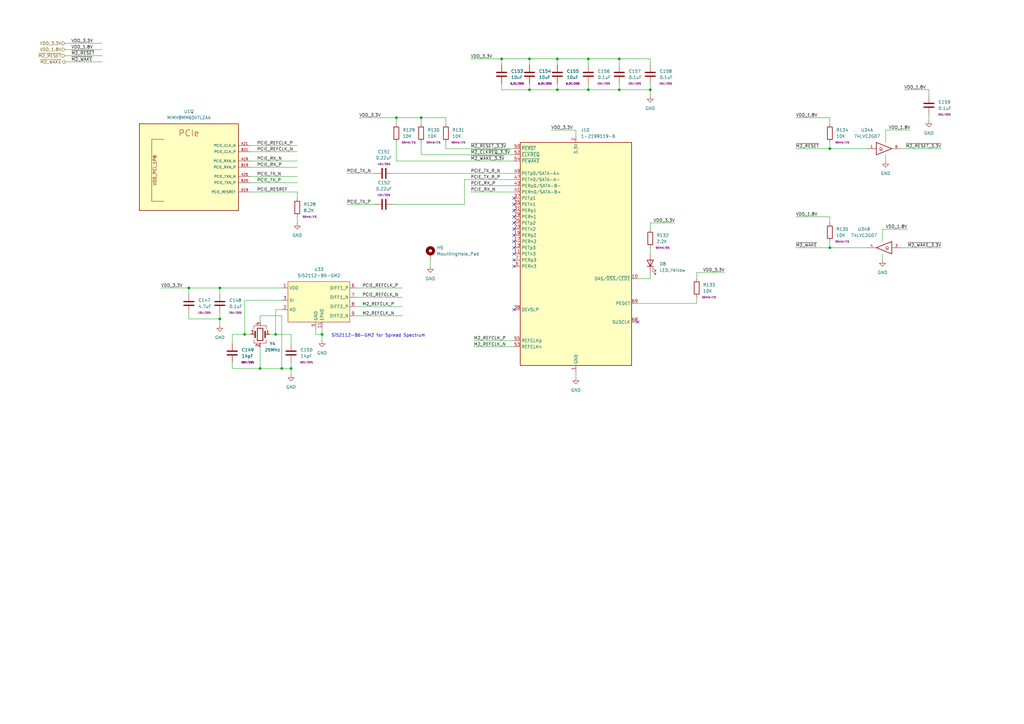
<source format=kicad_sch>
(kicad_sch (version 20211123) (generator eeschema)
  (paper "A3")
  (title_block (title "QSBC") (rev "1") (company "Q-LAB"))
  (junction (at 241.3 36.83))
  (junction (at 77.47 118.11))
  (junction (at 162.56 48.26))
  (junction (at 90.17 118.11))
  (junction (at 205.74 24.13))
  (junction (at 119.38 151.13))
  (junction (at 217.17 24.13))
  (junction (at 266.7 36.83))
  (junction (at 217.17 36.83))
  (junction (at 228.6 24.13))
  (junction (at 115.57 151.13))
  (junction (at 340.36 101.6))
  (junction (at 340.36 60.96))
  (junction (at 254 36.83))
  (junction (at 241.3 24.13))
  (junction (at 228.6 36.83))
  (junction (at 90.17 130.81))
  (junction (at 254 24.13))
  (junction (at 100.33 137.16))
  (junction (at 172.72 48.26))
  (junction (at 113.03 137.16))
  (junction (at 106.68 151.13))
  (junction (at 132.08 137.16))
  (no_connect (at 210.82 109.22))
  (no_connect (at 210.82 104.14))
  (no_connect (at 210.82 106.68))
  (no_connect (at 210.82 86.36))
  (no_connect (at 210.82 88.9))
  (no_connect (at 210.82 83.82))
  (no_connect (at 210.82 81.28))
  (no_connect (at 210.82 99.06))
  (no_connect (at 210.82 93.98))
  (no_connect (at 210.82 91.44))
  (no_connect (at 210.82 101.6))
  (no_connect (at 210.82 96.52))
  (no_connect (at 261.62 132.08))
  (no_connect (at 210.82 127))
  (wire (pts (xy 361.95 99.06) (xy 361.95 93.98)))
  (wire (pts (xy 161.29 83.82) (xy 190.5 83.82)))
  (wire (pts (xy 254 36.83) (xy 254 34.29)))
  (wire (pts (xy 363.22 63.5) (xy 363.22 66.04)))
  (wire (pts (xy 102.87 62.23) (xy 121.92 62.23)))
  (wire (pts (xy 90.17 128.27) (xy 90.17 130.81)))
  (wire (pts (xy 106.68 151.13) (xy 115.57 151.13)))
  (wire (pts (xy 106.68 142.24) (xy 106.68 151.13)))
  (wire (pts (xy 113.03 137.16) (xy 110.49 137.16)))
  (wire (pts (xy 381 46.99) (xy 381 49.53)))
  (wire (pts (xy 266.7 36.83) (xy 266.7 39.37)))
  (wire (pts (xy 363.22 53.34) (xy 373.38 53.34)))
  (wire (pts (xy 115.57 127) (xy 113.03 127)))
  (wire (pts (xy 340.36 101.6) (xy 355.6 101.6)))
  (wire (pts (xy 113.03 137.16) (xy 119.38 137.16)))
  (wire (pts (xy 119.38 137.16) (xy 119.38 140.97)))
  (wire (pts (xy 121.92 78.74) (xy 121.92 81.28)))
  (wire (pts (xy 147.32 48.26) (xy 162.56 48.26)))
  (wire (pts (xy 119.38 148.59) (xy 119.38 151.13)))
  (wire (pts (xy 217.17 24.13) (xy 217.17 26.67)))
  (wire (pts (xy 205.74 26.67) (xy 205.74 24.13)))
  (wire (pts (xy 266.7 114.3) (xy 261.62 114.3)))
  (wire (pts (xy 261.62 124.46) (xy 285.75 124.46)))
  (wire (pts (xy 194.31 139.7) (xy 210.82 139.7)))
  (wire (pts (xy 193.04 76.2) (xy 210.82 76.2)))
  (wire (pts (xy 205.74 24.13) (xy 217.17 24.13)))
  (wire (pts (xy 90.17 130.81) (xy 90.17 133.35)))
  (wire (pts (xy 121.92 88.9) (xy 121.92 91.44)))
  (wire (pts (xy 266.7 91.44) (xy 266.7 93.98)))
  (wire (pts (xy 241.3 24.13) (xy 241.3 26.67)))
  (wire (pts (xy 146.05 125.73) (xy 165.1 125.73)))
  (wire (pts (xy 102.87 59.69) (xy 121.92 59.69)))
  (wire (pts (xy 326.39 60.96) (xy 340.36 60.96)))
  (wire (pts (xy 26.67 25.4) (xy 41.91 25.4)))
  (wire (pts (xy 77.47 118.11) (xy 90.17 118.11)))
  (wire (pts (xy 266.7 24.13) (xy 266.7 26.67)))
  (wire (pts (xy 193.04 24.13) (xy 205.74 24.13)))
  (wire (pts (xy 217.17 36.83) (xy 228.6 36.83)))
  (wire (pts (xy 146.05 118.11) (xy 165.1 118.11)))
  (wire (pts (xy 146.05 129.54) (xy 165.1 129.54)))
  (wire (pts (xy 205.74 34.29) (xy 205.74 36.83)))
  (wire (pts (xy 254 36.83) (xy 266.7 36.83)))
  (wire (pts (xy 217.17 34.29) (xy 217.17 36.83)))
  (wire (pts (xy 106.68 129.54) (xy 106.68 132.08)))
  (wire (pts (xy 266.7 111.76) (xy 266.7 114.3)))
  (wire (pts (xy 363.22 58.42) (xy 363.22 53.34)))
  (wire (pts (xy 113.03 127) (xy 113.03 137.16)))
  (wire (pts (xy 340.36 50.8) (xy 340.36 48.26)))
  (wire (pts (xy 115.57 151.13) (xy 119.38 151.13)))
  (wire (pts (xy 193.04 78.74) (xy 210.82 78.74)))
  (wire (pts (xy 266.7 36.83) (xy 266.7 34.29)))
  (wire (pts (xy 326.39 48.26) (xy 340.36 48.26)))
  (wire (pts (xy 26.67 20.32) (xy 41.91 20.32)))
  (wire (pts (xy 228.6 36.83) (xy 241.3 36.83)))
  (wire (pts (xy 102.87 137.16) (xy 100.33 137.16)))
  (wire (pts (xy 228.6 34.29) (xy 228.6 36.83)))
  (wire (pts (xy 146.05 121.92) (xy 165.1 121.92)))
  (wire (pts (xy 190.5 83.82) (xy 190.5 73.66)))
  (wire (pts (xy 254 24.13) (xy 254 26.67)))
  (wire (pts (xy 172.72 58.42) (xy 172.72 63.5)))
  (wire (pts (xy 142.24 71.12) (xy 153.67 71.12)))
  (wire (pts (xy 102.87 72.39) (xy 121.92 72.39)))
  (wire (pts (xy 340.36 91.44) (xy 340.36 88.9)))
  (wire (pts (xy 182.88 60.96) (xy 210.82 60.96)))
  (wire (pts (xy 100.33 123.19) (xy 115.57 123.19)))
  (wire (pts (xy 241.3 34.29) (xy 241.3 36.83)))
  (wire (pts (xy 340.36 60.96) (xy 355.6 60.96)))
  (wire (pts (xy 228.6 24.13) (xy 228.6 26.67)))
  (wire (pts (xy 132.08 134.62) (xy 132.08 137.16)))
  (wire (pts (xy 217.17 24.13) (xy 228.6 24.13)))
  (wire (pts (xy 162.56 48.26) (xy 172.72 48.26)))
  (wire (pts (xy 162.56 48.26) (xy 162.56 50.8)))
  (wire (pts (xy 77.47 128.27) (xy 77.47 130.81)))
  (wire (pts (xy 182.88 48.26) (xy 182.88 50.8)))
  (wire (pts (xy 26.67 17.78) (xy 41.91 17.78)))
  (wire (pts (xy 285.75 121.92) (xy 285.75 124.46)))
  (wire (pts (xy 129.54 134.62) (xy 129.54 137.16)))
  (wire (pts (xy 326.39 101.6) (xy 340.36 101.6)))
  (wire (pts (xy 100.33 137.16) (xy 100.33 123.19)))
  (wire (pts (xy 119.38 151.13) (xy 119.38 153.67)))
  (wire (pts (xy 95.25 151.13) (xy 106.68 151.13)))
  (wire (pts (xy 172.72 63.5) (xy 210.82 63.5)))
  (wire (pts (xy 190.5 73.66) (xy 210.82 73.66)))
  (wire (pts (xy 205.74 36.83) (xy 217.17 36.83)))
  (wire (pts (xy 276.86 91.44) (xy 266.7 91.44)))
  (wire (pts (xy 194.31 142.24) (xy 210.82 142.24)))
  (wire (pts (xy 102.87 74.93) (xy 121.92 74.93)))
  (wire (pts (xy 172.72 48.26) (xy 172.72 50.8)))
  (wire (pts (xy 90.17 118.11) (xy 90.17 120.65)))
  (wire (pts (xy 369.57 60.96) (xy 386.08 60.96)))
  (wire (pts (xy 361.95 93.98) (xy 372.11 93.98)))
  (wire (pts (xy 162.56 66.04) (xy 210.82 66.04)))
  (wire (pts (xy 26.67 22.86) (xy 41.91 22.86)))
  (wire (pts (xy 236.22 152.4) (xy 236.22 154.94)))
  (wire (pts (xy 266.7 101.6) (xy 266.7 104.14)))
  (wire (pts (xy 95.25 148.59) (xy 95.25 151.13)))
  (wire (pts (xy 77.47 120.65) (xy 77.47 118.11)))
  (wire (pts (xy 340.36 99.06) (xy 340.36 101.6)))
  (wire (pts (xy 176.53 106.68) (xy 176.53 109.22)))
  (wire (pts (xy 285.75 111.76) (xy 285.75 114.3)))
  (wire (pts (xy 361.95 104.14) (xy 361.95 106.68)))
  (wire (pts (xy 95.25 137.16) (xy 100.33 137.16)))
  (wire (pts (xy 115.57 129.54) (xy 115.57 151.13)))
  (wire (pts (xy 236.22 53.34) (xy 236.22 55.88)))
  (wire (pts (xy 172.72 48.26) (xy 182.88 48.26)))
  (wire (pts (xy 102.87 78.74) (xy 121.92 78.74)))
  (wire (pts (xy 102.87 66.04) (xy 121.92 66.04)))
  (wire (pts (xy 228.6 24.13) (xy 241.3 24.13)))
  (wire (pts (xy 90.17 118.11) (xy 115.57 118.11)))
  (wire (pts (xy 161.29 71.12) (xy 210.82 71.12)))
  (wire (pts (xy 326.39 88.9) (xy 340.36 88.9)))
  (wire (pts (xy 66.04 118.11) (xy 77.47 118.11)))
  (wire (pts (xy 340.36 58.42) (xy 340.36 60.96)))
  (wire (pts (xy 370.84 36.83) (xy 381 36.83)))
  (wire (pts (xy 297.18 111.76) (xy 285.75 111.76)))
  (wire (pts (xy 102.87 68.58) (xy 121.92 68.58)))
  (wire (pts (xy 381 36.83) (xy 381 39.37)))
  (wire (pts (xy 369.57 101.6) (xy 386.08 101.6)))
  (wire (pts (xy 77.47 130.81) (xy 90.17 130.81)))
  (wire (pts (xy 106.68 129.54) (xy 115.57 129.54)))
  (wire (pts (xy 182.88 58.42) (xy 182.88 60.96)))
  (wire (pts (xy 132.08 137.16) (xy 132.08 139.7)))
  (wire (pts (xy 95.25 140.97) (xy 95.25 137.16)))
  (wire (pts (xy 241.3 24.13) (xy 254 24.13)))
  (wire (pts (xy 142.24 83.82) (xy 153.67 83.82)))
  (wire (pts (xy 162.56 58.42) (xy 162.56 66.04)))
  (wire (pts (xy 254 24.13) (xy 266.7 24.13)))
  (wire (pts (xy 129.54 137.16) (xy 132.08 137.16)))
  (wire (pts (xy 226.06 53.34) (xy 236.22 53.34)))
  (wire (pts (xy 241.3 36.83) (xy 254 36.83)))
  (text "Si52112-B6-GM2 for Spread Spectrum" (at 135.89 138.43 0) (effects (font (size 1.27 1.27)) (justify left bottom)))
  (label "~{M2_WAKE_3.3V}" (at 193.04 66.04 0))
  (label "~{M2_RESET_3.3V}" (at 193.04 60.96 0))
  (label "PCIE_REFCLK_N" (at 105.41 62.23 0))
  (label "PCIE_TX_R_P" (at 193.04 73.66 0))
  (label "PCIE_RX_N" (at 105.41 66.04 0))
  (label "~{M2_WAKE}" (at 326.39 101.6 0))
  (label "~{M2_RESET}" (at 29.21 22.86 0))
  (label "VDD_1.8V" (at 326.39 88.9 0))
  (label "VDD_3.3V" (at 29.21 17.78 0))
  (label "~{M2_CLKREQ_3.3V}" (at 193.04 63.5 0))
  (label "~{M2_RESET}" (at 326.39 60.96 0))
  (label "VDD_3.3V" (at 147.32 48.26 0))
  (label "PCIE_TX_P" (at 142.24 83.82 0))
  (label "M2_REFCLK_P" (at 194.31 139.7 0))
  (label "~{M2_WAKE}" (at 29.21 25.4 0))
  (label "PCIE_RX_P" (at 193.04 76.2 0))
  (label "VDD_1.8V" (at 29.21 20.32 0))
  (label "PCIE_RX_N" (at 193.04 78.74 0))
  (label "VDD_3.3V" (at 297.18 111.76 180))
  (label "PCIE_RESREF" (at 105.41 78.74 0))
  (label "PCIE_REFCLK_P" (at 148.59 118.11 0))
  (label "PCIE_TX_N" (at 142.24 71.12 0))
  (label "~{M2_WAKE_3.3V}" (at 386.08 101.6 180))
  (label "M2_REFCLK_N" (at 148.59 129.54 0))
  (label "M2_REFCLK_P" (at 148.59 125.73 0))
  (label "VDD_1.8V" (at 373.38 53.34 180))
  (label "PCIE_RX_P" (at 105.41 68.58 0))
  (label "PCIE_TX_N" (at 105.41 72.39 0))
  (label "PCIE_REFCLK_P" (at 105.41 59.69 0))
  (label "PCIE_REFCLK_N" (at 148.59 121.92 0))
  (label "VDD_1.8V" (at 372.11 93.98 180))
  (label "PCIE_TX_R_N" (at 193.04 71.12 0))
  (label "VDD_1.8V" (at 370.84 36.83 0))
  (label "PCIE_TX_P" (at 105.41 74.93 0))
  (label "M2_REFCLK_N" (at 194.31 142.24 0))
  (label "~{M2_RESET_3.3V}" (at 386.08 60.96 180))
  (label "VDD_3.3V" (at 276.86 91.44 180))
  (label "VDD_3.3V" (at 226.06 53.34 0))
  (label "VDD_3.3V" (at 193.04 24.13 0))
  (label "VDD_3.3V" (at 66.04 118.11 0))
  (label "VDD_1.8V" (at 326.39 48.26 0))
  (hierarchical_label "~{M2_RESET}" (shape input) (at 26.67 22.86 180))
  (hierarchical_label "VDD_1.8V" (shape input) (at 26.67 20.32 180))
  (hierarchical_label "VDD_3.3V" (shape input) (at 26.67 17.78 180))
  (hierarchical_label "~{M2_WAKE}" (shape output) (at 26.67 25.4 180))
  (symbol (lib_id "Device:Crystal_GND24") (at 106.68 137.16 180) (unit 1)
    (property "Reference" "Y4" (at 111.76 140.97 0))
    (property "Value" "25MHz" (at 111.76 143.51 0))
    (property "Footprint" "Crystal:Crystal_SMD_3225-4Pin_3.2x2.5mm" (effects hide))
    (property "MPN" "ECS-250-10-33B-CWN-TR" (effects hide))
  )
  (symbol (lib_id "power:GND") (at 236.22 154.94 0) (unit 1)
    (property "Reference" "#PWR0151" (effects hide))
    (property "Value" "GND" (at 236.22 160.02 0))
  )
  (symbol (lib_id "Device:C") (at 381 43.18 0) (unit 1)
    (property "Reference" "C159" (at 384.81 41.9099 0) (effects (justify left)))
    (property "Value" "0.1uF" (at 384.81 44.4499 0) (effects (justify left)))
    (property "Footprint" "qsbc:C_0402_1005Metric" (effects hide))
    (property "Rating" "25V/20%" (at 387.35 46.99 0) (effects (font (size 0.762 0.762))))
    (property "MPN" "CL05A104KA5NNNC" (effects hide))
  )
  (symbol (lib_id "74xGxx:74LVC2G07") (at 363.22 60.96 0) (unit 1)
    (property "Reference" "U34" (at 355.6 53.34 0))
    (property "Value" "74LVC2G07" (at 355.6 55.88 0))
    (property "Footprint" "Package_TO_SOT_SMD:SOT-886" (effects hide))
    (property "Datasheet" "http://www.ti.com/lit/sg/scyt129e/scyt129e.pdf" (effects hide))
    (property "MPN" "74LVC2G07FZ4-7" (effects hide))
  )
  (symbol (lib_id "Device:C") (at 254 30.48 0) (unit 1)
    (property "Reference" "C157" (at 257.81 29.2099 0) (effects (justify left)))
    (property "Value" "0.1uF" (at 257.81 31.7499 0) (effects (justify left)))
    (property "Footprint" "qsbc:C_0402_1005Metric" (effects hide))
    (property "Rating" "25V/20%" (at 260.35 34.29 0) (effects (font (size 0.762 0.762))))
    (property "MPN" "CL05A104KA5NNNC" (effects hide))
  )
  (symbol (lib_id "Device:R") (at 266.7 97.79 0) (unit 1)
    (property "Reference" "R132" (at 269.24 96.5199 0) (effects (justify left)))
    (property "Value" "2.2K" (at 269.24 99.0599 0) (effects (justify left)))
    (property "Footprint" "qsbc:R_0402_1005Metric" (effects hide))
    (property "Rating" "50mW/5%" (at 271.78 101.6 0) (effects (font (size 0.762 0.762))))
    (property "MPN" "RC0402FR-072K2L" (effects hide))
  )
  (symbol (lib_id "power:GND") (at 119.38 153.67 0) (unit 1)
    (property "Reference" "#PWR0147" (effects hide))
    (property "Value" "GND" (at 119.38 158.75 0))
  )
  (symbol (lib_id "power:GND") (at 266.7 39.37 0) (unit 1)
    (property "Reference" "#PWR0152" (effects hide))
    (property "Value" "GND" (at 266.7 44.45 0))
  )
  (symbol (lib_id "Device:C") (at 266.7 30.48 0) (unit 1)
    (property "Reference" "C158" (at 270.51 29.2099 0) (effects (justify left)))
    (property "Value" "0.1uF" (at 270.51 31.7499 0) (effects (justify left)))
    (property "Footprint" "qsbc:C_0402_1005Metric" (effects hide))
    (property "Rating" "25V/20%" (at 273.05 34.29 0) (effects (font (size 0.762 0.762))))
    (property "MPN" "CL05A104KA5NNNC" (effects hide))
  )
  (symbol (lib_id "Device:C") (at 228.6 30.48 0) (unit 1)
    (property "Reference" "C155" (at 232.41 29.2099 0) (effects (justify left)))
    (property "Value" "10uF" (at 232.41 31.7499 0) (effects (justify left)))
    (property "Footprint" "qsbc:C_0402_1005Metric" (effects hide))
    (property "Rating" "6.3V/20%" (at 234.95 34.29 0) (effects (font (size 0.762 0.762))))
    (property "MPN" "GRM155R60J106ME44D" (effects hide))
  )
  (symbol (lib_id "power:GND") (at 121.92 91.44 0) (unit 1)
    (property "Reference" "#PWR0148" (effects hide))
    (property "Value" "GND" (at 121.92 96.52 0))
  )
  (symbol (lib_id "Device:R") (at 121.92 85.09 0) (unit 1)
    (property "Reference" "R128" (at 124.46 83.8199 0) (effects (justify left)))
    (property "Value" "8.2K" (at 124.46 86.3599 0) (effects (justify left)))
    (property "Footprint" "qsbc:R_0402_1005Metric" (effects hide))
    (property "Rating" "50mW/1%" (at 127 88.9 0) (effects (font (size 0.762 0.762))))
    (property "MPN" "RC0402FR-078K2L" (effects hide))
  )
  (symbol (lib_id "Mechanical:MountingHole_Pad") (at 176.53 104.14 0) (unit 1)
    (property "Reference" "H5" (at 179.07 101.5999 0) (effects (justify left)))
    (property "Value" "MountingHole_Pad" (at 179.07 104.1399 0) (effects (justify left)))
    (property "Footprint" "Mounting_Wuerth:Mounting_Wuerth_WA-SMSI-M2_H1.5mm_9774015243" (effects hide))
    (property "MPN" "9774015243R" (effects hide))
  )
  (symbol (lib_id "Device:C") (at 241.3 30.48 0) (unit 1)
    (property "Reference" "C156" (at 245.11 29.2099 0) (effects (justify left)))
    (property "Value" "0.1uF" (at 245.11 31.7499 0) (effects (justify left)))
    (property "Footprint" "qsbc:C_0402_1005Metric" (effects hide))
    (property "Rating" "25V/20%" (at 247.65 34.29 0) (effects (font (size 0.762 0.762))))
    (property "MPN" "CL05A104KA5NNNC" (effects hide))
  )
  (symbol (lib_id "Device:C") (at 90.17 124.46 0) (unit 1)
    (property "Reference" "C148" (at 93.98 123.1899 0) (effects (justify left)))
    (property "Value" "0.1uF" (at 93.98 125.7299 0) (effects (justify left)))
    (property "Footprint" "qsbc:C_0402_1005Metric" (effects hide))
    (property "Rating" "25V/20%" (at 96.52 128.27 0) (effects (font (size 0.762 0.762))))
    (property "MPN" "CL05A104KA5NNNC" (effects hide))
  )
  (symbol (lib_id "Device:R") (at 340.36 54.61 0) (unit 1)
    (property "Reference" "R134" (at 342.9 53.3399 0) (effects (justify left)))
    (property "Value" "10K" (at 342.9 55.8799 0) (effects (justify left)))
    (property "Footprint" "qsbc:R_0402_1005Metric" (effects hide))
    (property "Rating" "50mW/1%" (at 345.44 58.42 0) (effects (font (size 0.762 0.762))))
    (property "MPN" "RC0402FR-0710KL" (effects hide))
  )
  (symbol (lib_id "74xGxx:74LVC2G07") (at 361.95 101.6 0) (mirror y) (unit 2)
    (property "Reference" "U34" (at 354.33 93.98 0))
    (property "Value" "74LVC2G07" (at 354.33 96.52 0))
    (property "Footprint" "Package_TO_SOT_SMD:SOT-886" (effects hide))
    (property "Datasheet" "http://www.ti.com/lit/sg/scyt129e/scyt129e.pdf" (effects hide))
    (property "MPN" "74LVC2G07FZ4-7" (effects hide))
  )
  (symbol (lib_id "Device:C") (at 95.25 144.78 0) (unit 1)
    (property "Reference" "C149" (at 99.06 143.5099 0) (effects (justify left)))
    (property "Value" "14pF" (at 99.06 146.0499 0) (effects (justify left)))
    (property "Footprint" "qsbc:C_0402_1005Metric" (effects hide))
    (property "Rating" "50V/20%" (at 101.6 148.59 0) (effects (font (size 0.762 0.762))))
    (property "MPN" "04025U140FAT2A" (effects hide))
  )
  (symbol (lib_id "Device:R") (at 172.72 54.61 0) (unit 1)
    (property "Reference" "R130" (at 175.26 53.3399 0) (effects (justify left)))
    (property "Value" "10K" (at 175.26 55.8799 0) (effects (justify left)))
    (property "Footprint" "qsbc:R_0402_1005Metric" (effects hide))
    (property "Rating" "50mW/1%" (at 177.8 58.42 0) (effects (font (size 0.762 0.762))))
    (property "MPN" "RC0402FR-0710KL" (effects hide))
  )
  (symbol (lib_id "Device:R") (at 285.75 118.11 0) (unit 1)
    (property "Reference" "R133" (at 288.29 116.8399 0) (effects (justify left)))
    (property "Value" "10K" (at 288.29 119.3799 0) (effects (justify left)))
    (property "Footprint" "qsbc:R_0402_1005Metric" (effects hide))
    (property "Rating" "50mW/1%" (at 290.83 121.92 0) (effects (font (size 0.762 0.762))))
    (property "MPN" "RC0402FR-0710KL" (effects hide))
  )
  (symbol (lib_id "Device:C") (at 157.48 83.82 90) (unit 1)
    (property "Reference" "C152" (at 157.48 74.93 90))
    (property "Value" "0.22uF" (at 157.48 77.47 90))
    (property "Footprint" "qsbc:C_0201_0603Metric" (effects hide))
    (property "Rating" "10V/20%" (at 157.48 80.01 90) (effects (font (size 0.762 0.762))))
    (property "MPN" "GRM033R61A224KE90D" (effects hide))
  )
  (symbol (lib_id "Device:R") (at 182.88 54.61 0) (unit 1)
    (property "Reference" "R131" (at 185.42 53.3399 0) (effects (justify left)))
    (property "Value" "10K" (at 185.42 55.8799 0) (effects (justify left)))
    (property "Footprint" "qsbc:R_0402_1005Metric" (effects hide))
    (property "Rating" "50mW/1%" (at 187.96 58.42 0) (effects (font (size 0.762 0.762))))
    (property "MPN" "RC0402FR-0710KL" (effects hide))
  )
  (symbol (lib_id "power:GND") (at 90.17 133.35 0) (unit 1)
    (property "Reference" "#PWR0146" (effects hide))
    (property "Value" "GND" (at 90.17 138.43 0))
  )
  (symbol (lib_id "power:GND") (at 361.95 106.68 0) (unit 1)
    (property "Reference" "#PWR0153" (effects hide))
    (property "Value" "GND" (at 361.95 111.76 0))
  )
  (symbol (lib_id "power:GND") (at 363.22 66.04 0) (unit 1)
    (property "Reference" "#PWR0154" (effects hide))
    (property "Value" "GND" (at 363.22 71.12 0))
  )
  (symbol (lib_id "Device:C") (at 119.38 144.78 0) (unit 1)
    (property "Reference" "C150" (at 123.19 143.5099 0) (effects (justify left)))
    (property "Value" "14pF" (at 123.19 146.0499 0) (effects (justify left)))
    (property "Footprint" "qsbc:C_0402_1005Metric" (effects hide))
    (property "Rating" "50V/20%" (at 125.73 148.59 0) (effects (font (size 0.762 0.762))))
    (property "MPN" "04025U140FAT2A" (effects hide))
  )
  (symbol (lib_id "qsbc:MIMX8MM6DVTLZAA") (at 77.47 64.77 0) (unit 17)
    (property "Reference" "U1" (at 77.47 45.72 0))
    (property "Value" "MIMX8MM6DVTLZAA" (at 77.47 48.26 0))
    (property "Footprint" "qsbc:SOT1967-1" (effects hide))
    (property "Datasheet" "https://www.nxp.com/docs/en/data-sheet/IMX8MMCEC.pdf" (effects hide))
    (property "MPN" "MIMX8MM6DVTLZAA" (effects hide))
  )
  (symbol (lib_id "Device:C") (at 77.47 124.46 0) (unit 1)
    (property "Reference" "C147" (at 81.28 123.1899 0) (effects (justify left)))
    (property "Value" "4.7uF" (at 81.28 125.7299 0) (effects (justify left)))
    (property "Footprint" "qsbc:C_0402_1005Metric" (effects hide))
    (property "Rating" "10V/20%" (at 83.82 128.27 0) (effects (font (size 0.762 0.762))))
    (property "MPN" "CL05A475MP5NRNC" (effects hide))
  )
  (symbol (lib_id "power:GND") (at 381 49.53 0) (unit 1)
    (property "Reference" "#PWR0155" (effects hide))
    (property "Value" "GND" (at 381 54.61 0))
  )
  (symbol (lib_id "Device:R") (at 162.56 54.61 0) (unit 1)
    (property "Reference" "R129" (at 165.1 53.3399 0) (effects (justify left)))
    (property "Value" "10K" (at 165.1 55.8799 0) (effects (justify left)))
    (property "Footprint" "qsbc:R_0402_1005Metric" (effects hide))
    (property "Rating" "50mW/1%" (at 167.64 58.42 0) (effects (font (size 0.762 0.762))))
    (property "MPN" "RC0402FR-0710KL" (effects hide))
  )
  (symbol (lib_id "Device:LED") (at 266.7 107.95 90) (unit 1)
    (property "Reference" "D8" (at 270.51 108.2674 90) (effects (justify right)))
    (property "Value" "LED_Yellow" (at 270.51 110.8074 90) (effects (justify right)))
    (property "Footprint" "LED_SMD:LED_0603_1608Metric" (effects hide))
    (property "MPN" "SML-E12Y8WT86" (effects hide))
  )
  (symbol (lib_id "Connector:Bus_M.2_Socket_M") (at 236.22 104.14 0) (unit 1)
    (property "Reference" "J10" (at 238.2394 53.34 0) (effects (justify left)))
    (property "Value" "1-2199119-6" (at 238.2394 55.88 0) (effects (justify left)))
    (property "Footprint" "qsbc:1-2199230-6" (effects hide))
    (property "Datasheet" "http://read.pudn.com/downloads794/doc/project/3133918/PCIe_M.2_Electromechanical_Spec_Rev1.0_Final_11012013_RS_Clean.pdf#page=155" (effects hide))
    (property "MPN" "1-2199119-6" (effects hide))
  )
  (symbol (lib_id "power:GND") (at 132.08 139.7 0) (unit 1)
    (property "Reference" "#PWR0149" (effects hide))
    (property "Value" "GND" (at 132.08 144.78 0))
  )
  (symbol (lib_id "Device:C") (at 217.17 30.48 0) (unit 1)
    (property "Reference" "C154" (at 220.98 29.2099 0) (effects (justify left)))
    (property "Value" "10uF" (at 220.98 31.7499 0) (effects (justify left)))
    (property "Footprint" "qsbc:C_0402_1005Metric" (effects hide))
    (property "Rating" "6.3V/20%" (at 223.52 34.29 0) (effects (font (size 0.762 0.762))))
    (property "MPN" "GRM155R60J106ME44D" (effects hide))
  )
  (symbol (lib_id "Device:C") (at 205.74 30.48 0) (unit 1)
    (property "Reference" "C153" (at 209.55 29.2099 0) (effects (justify left)))
    (property "Value" "10uF" (at 209.55 31.7499 0) (effects (justify left)))
    (property "Footprint" "qsbc:C_0402_1005Metric" (effects hide))
    (property "Rating" "6.3V/20%" (at 212.09 34.29 0) (effects (font (size 0.762 0.762))))
    (property "MPN" "GRM155R60J106ME44D" (effects hide))
  )
  (symbol (lib_id "qsbc:SI52112-B5-GM2") (at 130.81 123.19 0) (unit 1)
    (property "Reference" "U33" (at 130.81 110.49 0))
    (property "Value" "SI52112-B5-GM2" (at 130.81 113.03 0))
    (property "Footprint" "Package_DFN_QFN:DFN-10-1EP_3x3mm_P0.5mm_EP1.55x2.48mm" (effects hide))
    (property "Datasheet" "https://www.skyworksinc.com/-/media/SkyWorks/SL/documents/public/data-sheets/Si52112-B5-B6.pdf" (effects hide))
    (property "MPN" "SI52112-B5-GM2" (effects hide))
  )
  (symbol (lib_id "Device:C") (at 157.48 71.12 90) (unit 1)
    (property "Reference" "C151" (at 157.48 62.23 90))
    (property "Value" "0.22uF" (at 157.48 64.77 90))
    (property "Footprint" "qsbc:C_0201_0603Metric" (effects hide))
    (property "Rating" "10V/20%" (at 157.48 67.31 90) (effects (font (size 0.762 0.762))))
    (property "MPN" "GRM033R61A224KE90D" (effects hide))
  )
  (symbol (lib_id "power:GND") (at 176.53 109.22 0) (unit 1)
    (property "Reference" "#PWR0150" (effects hide))
    (property "Value" "GND" (at 176.53 114.3 0))
  )
  (symbol (lib_id "Device:R") (at 340.36 95.25 0) (unit 1)
    (property "Reference" "R135" (at 342.9 93.9799 0) (effects (justify left)))
    (property "Value" "10K" (at 342.9 96.5199 0) (effects (justify left)))
    (property "Footprint" "qsbc:R_0402_1005Metric" (effects hide))
    (property "Rating" "50mW/1%" (at 345.44 99.06 0) (effects (font (size 0.762 0.762))))
    (property "MPN" "RC0402FR-0710KL" (effects hide))
  )
)
</source>
